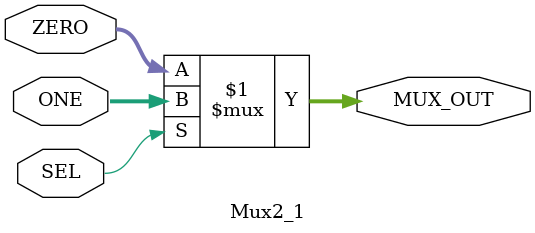
<source format=sv>
`timescale 1ns / 1ps

module Mux2_1 # (parameter WIDTH = 4)(
    input [WIDTH-1:0] ZERO, ONE,
    input SEL,
//////////////////////////////////////////////////////////////////////////////////
// Mux2_1 #(param) mux2_1a (.ZERO(), .ONE(), .SEL(), .MUX_OUT());
//////////////////////////////////////////////////////////////////////////////////

    output [WIDTH-1:0] MUX_OUT
    
    );
    assign MUX_OUT = SEL ? ONE : ZERO;
endmodule

</source>
